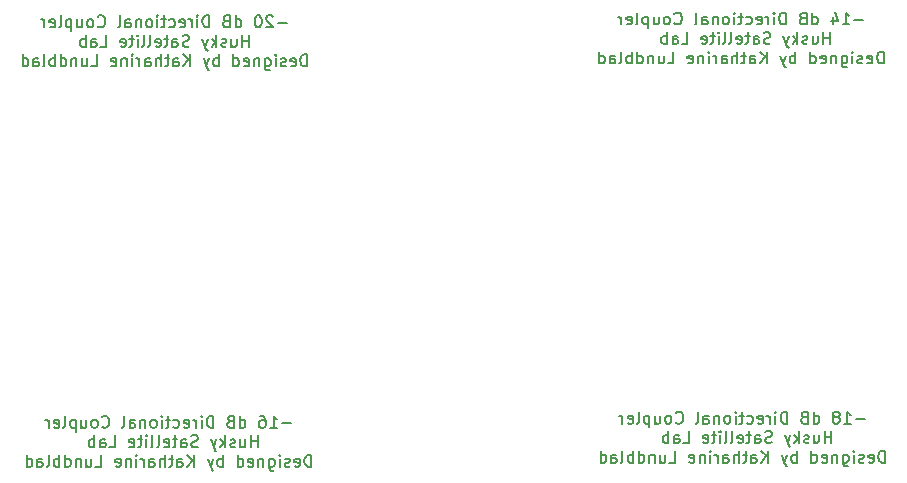
<source format=gbr>
G04 #@! TF.GenerationSoftware,KiCad,Pcbnew,5.1.8-db9833491~88~ubuntu20.04.1*
G04 #@! TF.CreationDate,2021-03-01T03:43:11-08:00*
G04 #@! TF.ProjectId,directional_coupler20dB,64697265-6374-4696-9f6e-616c5f636f75,rev?*
G04 #@! TF.SameCoordinates,Original*
G04 #@! TF.FileFunction,Legend,Bot*
G04 #@! TF.FilePolarity,Positive*
%FSLAX46Y46*%
G04 Gerber Fmt 4.6, Leading zero omitted, Abs format (unit mm)*
G04 Created by KiCad (PCBNEW 5.1.8-db9833491~88~ubuntu20.04.1) date 2021-03-01 03:43:11*
%MOMM*%
%LPD*%
G01*
G04 APERTURE LIST*
%ADD10C,0.150000*%
G04 APERTURE END LIST*
D10*
X99013333Y-143441428D02*
X98251428Y-143441428D01*
X97251428Y-143822380D02*
X97822857Y-143822380D01*
X97537142Y-143822380D02*
X97537142Y-142822380D01*
X97632380Y-142965238D01*
X97727619Y-143060476D01*
X97822857Y-143108095D01*
X96394285Y-142822380D02*
X96584761Y-142822380D01*
X96680000Y-142870000D01*
X96727619Y-142917619D01*
X96822857Y-143060476D01*
X96870476Y-143250952D01*
X96870476Y-143631904D01*
X96822857Y-143727142D01*
X96775238Y-143774761D01*
X96680000Y-143822380D01*
X96489523Y-143822380D01*
X96394285Y-143774761D01*
X96346666Y-143727142D01*
X96299047Y-143631904D01*
X96299047Y-143393809D01*
X96346666Y-143298571D01*
X96394285Y-143250952D01*
X96489523Y-143203333D01*
X96680000Y-143203333D01*
X96775238Y-143250952D01*
X96822857Y-143298571D01*
X96870476Y-143393809D01*
X94680000Y-143822380D02*
X94680000Y-142822380D01*
X94680000Y-143774761D02*
X94775238Y-143822380D01*
X94965714Y-143822380D01*
X95060952Y-143774761D01*
X95108571Y-143727142D01*
X95156190Y-143631904D01*
X95156190Y-143346190D01*
X95108571Y-143250952D01*
X95060952Y-143203333D01*
X94965714Y-143155714D01*
X94775238Y-143155714D01*
X94680000Y-143203333D01*
X93870476Y-143298571D02*
X93727619Y-143346190D01*
X93680000Y-143393809D01*
X93632380Y-143489047D01*
X93632380Y-143631904D01*
X93680000Y-143727142D01*
X93727619Y-143774761D01*
X93822857Y-143822380D01*
X94203809Y-143822380D01*
X94203809Y-142822380D01*
X93870476Y-142822380D01*
X93775238Y-142870000D01*
X93727619Y-142917619D01*
X93680000Y-143012857D01*
X93680000Y-143108095D01*
X93727619Y-143203333D01*
X93775238Y-143250952D01*
X93870476Y-143298571D01*
X94203809Y-143298571D01*
X92441904Y-143822380D02*
X92441904Y-142822380D01*
X92203809Y-142822380D01*
X92060952Y-142870000D01*
X91965714Y-142965238D01*
X91918095Y-143060476D01*
X91870476Y-143250952D01*
X91870476Y-143393809D01*
X91918095Y-143584285D01*
X91965714Y-143679523D01*
X92060952Y-143774761D01*
X92203809Y-143822380D01*
X92441904Y-143822380D01*
X91441904Y-143822380D02*
X91441904Y-143155714D01*
X91441904Y-142822380D02*
X91489523Y-142870000D01*
X91441904Y-142917619D01*
X91394285Y-142870000D01*
X91441904Y-142822380D01*
X91441904Y-142917619D01*
X90965714Y-143822380D02*
X90965714Y-143155714D01*
X90965714Y-143346190D02*
X90918095Y-143250952D01*
X90870476Y-143203333D01*
X90775238Y-143155714D01*
X90680000Y-143155714D01*
X89965714Y-143774761D02*
X90060952Y-143822380D01*
X90251428Y-143822380D01*
X90346666Y-143774761D01*
X90394285Y-143679523D01*
X90394285Y-143298571D01*
X90346666Y-143203333D01*
X90251428Y-143155714D01*
X90060952Y-143155714D01*
X89965714Y-143203333D01*
X89918095Y-143298571D01*
X89918095Y-143393809D01*
X90394285Y-143489047D01*
X89060952Y-143774761D02*
X89156190Y-143822380D01*
X89346666Y-143822380D01*
X89441904Y-143774761D01*
X89489523Y-143727142D01*
X89537142Y-143631904D01*
X89537142Y-143346190D01*
X89489523Y-143250952D01*
X89441904Y-143203333D01*
X89346666Y-143155714D01*
X89156190Y-143155714D01*
X89060952Y-143203333D01*
X88775238Y-143155714D02*
X88394285Y-143155714D01*
X88632380Y-142822380D02*
X88632380Y-143679523D01*
X88584761Y-143774761D01*
X88489523Y-143822380D01*
X88394285Y-143822380D01*
X88060952Y-143822380D02*
X88060952Y-143155714D01*
X88060952Y-142822380D02*
X88108571Y-142870000D01*
X88060952Y-142917619D01*
X88013333Y-142870000D01*
X88060952Y-142822380D01*
X88060952Y-142917619D01*
X87441904Y-143822380D02*
X87537142Y-143774761D01*
X87584761Y-143727142D01*
X87632380Y-143631904D01*
X87632380Y-143346190D01*
X87584761Y-143250952D01*
X87537142Y-143203333D01*
X87441904Y-143155714D01*
X87299047Y-143155714D01*
X87203809Y-143203333D01*
X87156190Y-143250952D01*
X87108571Y-143346190D01*
X87108571Y-143631904D01*
X87156190Y-143727142D01*
X87203809Y-143774761D01*
X87299047Y-143822380D01*
X87441904Y-143822380D01*
X86680000Y-143155714D02*
X86680000Y-143822380D01*
X86680000Y-143250952D02*
X86632380Y-143203333D01*
X86537142Y-143155714D01*
X86394285Y-143155714D01*
X86299047Y-143203333D01*
X86251428Y-143298571D01*
X86251428Y-143822380D01*
X85346666Y-143822380D02*
X85346666Y-143298571D01*
X85394285Y-143203333D01*
X85489523Y-143155714D01*
X85680000Y-143155714D01*
X85775238Y-143203333D01*
X85346666Y-143774761D02*
X85441904Y-143822380D01*
X85680000Y-143822380D01*
X85775238Y-143774761D01*
X85822857Y-143679523D01*
X85822857Y-143584285D01*
X85775238Y-143489047D01*
X85680000Y-143441428D01*
X85441904Y-143441428D01*
X85346666Y-143393809D01*
X84727619Y-143822380D02*
X84822857Y-143774761D01*
X84870476Y-143679523D01*
X84870476Y-142822380D01*
X83013333Y-143727142D02*
X83060952Y-143774761D01*
X83203809Y-143822380D01*
X83299047Y-143822380D01*
X83441904Y-143774761D01*
X83537142Y-143679523D01*
X83584761Y-143584285D01*
X83632380Y-143393809D01*
X83632380Y-143250952D01*
X83584761Y-143060476D01*
X83537142Y-142965238D01*
X83441904Y-142870000D01*
X83299047Y-142822380D01*
X83203809Y-142822380D01*
X83060952Y-142870000D01*
X83013333Y-142917619D01*
X82441904Y-143822380D02*
X82537142Y-143774761D01*
X82584761Y-143727142D01*
X82632380Y-143631904D01*
X82632380Y-143346190D01*
X82584761Y-143250952D01*
X82537142Y-143203333D01*
X82441904Y-143155714D01*
X82299047Y-143155714D01*
X82203809Y-143203333D01*
X82156190Y-143250952D01*
X82108571Y-143346190D01*
X82108571Y-143631904D01*
X82156190Y-143727142D01*
X82203809Y-143774761D01*
X82299047Y-143822380D01*
X82441904Y-143822380D01*
X81251428Y-143155714D02*
X81251428Y-143822380D01*
X81680000Y-143155714D02*
X81680000Y-143679523D01*
X81632380Y-143774761D01*
X81537142Y-143822380D01*
X81394285Y-143822380D01*
X81299047Y-143774761D01*
X81251428Y-143727142D01*
X80775238Y-143155714D02*
X80775238Y-144155714D01*
X80775238Y-143203333D02*
X80680000Y-143155714D01*
X80489523Y-143155714D01*
X80394285Y-143203333D01*
X80346666Y-143250952D01*
X80299047Y-143346190D01*
X80299047Y-143631904D01*
X80346666Y-143727142D01*
X80394285Y-143774761D01*
X80489523Y-143822380D01*
X80680000Y-143822380D01*
X80775238Y-143774761D01*
X79727619Y-143822380D02*
X79822857Y-143774761D01*
X79870476Y-143679523D01*
X79870476Y-142822380D01*
X78965714Y-143774761D02*
X79060952Y-143822380D01*
X79251428Y-143822380D01*
X79346666Y-143774761D01*
X79394285Y-143679523D01*
X79394285Y-143298571D01*
X79346666Y-143203333D01*
X79251428Y-143155714D01*
X79060952Y-143155714D01*
X78965714Y-143203333D01*
X78918095Y-143298571D01*
X78918095Y-143393809D01*
X79394285Y-143489047D01*
X78489523Y-143822380D02*
X78489523Y-143155714D01*
X78489523Y-143346190D02*
X78441904Y-143250952D01*
X78394285Y-143203333D01*
X78299047Y-143155714D01*
X78203809Y-143155714D01*
X96180000Y-145472380D02*
X96180000Y-144472380D01*
X96180000Y-144948571D02*
X95608571Y-144948571D01*
X95608571Y-145472380D02*
X95608571Y-144472380D01*
X94703809Y-144805714D02*
X94703809Y-145472380D01*
X95132380Y-144805714D02*
X95132380Y-145329523D01*
X95084761Y-145424761D01*
X94989523Y-145472380D01*
X94846666Y-145472380D01*
X94751428Y-145424761D01*
X94703809Y-145377142D01*
X94275238Y-145424761D02*
X94180000Y-145472380D01*
X93989523Y-145472380D01*
X93894285Y-145424761D01*
X93846666Y-145329523D01*
X93846666Y-145281904D01*
X93894285Y-145186666D01*
X93989523Y-145139047D01*
X94132380Y-145139047D01*
X94227619Y-145091428D01*
X94275238Y-144996190D01*
X94275238Y-144948571D01*
X94227619Y-144853333D01*
X94132380Y-144805714D01*
X93989523Y-144805714D01*
X93894285Y-144853333D01*
X93418095Y-145472380D02*
X93418095Y-144472380D01*
X93322857Y-145091428D02*
X93037142Y-145472380D01*
X93037142Y-144805714D02*
X93418095Y-145186666D01*
X92703809Y-144805714D02*
X92465714Y-145472380D01*
X92227619Y-144805714D02*
X92465714Y-145472380D01*
X92560952Y-145710476D01*
X92608571Y-145758095D01*
X92703809Y-145805714D01*
X91132380Y-145424761D02*
X90989523Y-145472380D01*
X90751428Y-145472380D01*
X90656190Y-145424761D01*
X90608571Y-145377142D01*
X90560952Y-145281904D01*
X90560952Y-145186666D01*
X90608571Y-145091428D01*
X90656190Y-145043809D01*
X90751428Y-144996190D01*
X90941904Y-144948571D01*
X91037142Y-144900952D01*
X91084761Y-144853333D01*
X91132380Y-144758095D01*
X91132380Y-144662857D01*
X91084761Y-144567619D01*
X91037142Y-144520000D01*
X90941904Y-144472380D01*
X90703809Y-144472380D01*
X90560952Y-144520000D01*
X89703809Y-145472380D02*
X89703809Y-144948571D01*
X89751428Y-144853333D01*
X89846666Y-144805714D01*
X90037142Y-144805714D01*
X90132380Y-144853333D01*
X89703809Y-145424761D02*
X89799047Y-145472380D01*
X90037142Y-145472380D01*
X90132380Y-145424761D01*
X90180000Y-145329523D01*
X90180000Y-145234285D01*
X90132380Y-145139047D01*
X90037142Y-145091428D01*
X89799047Y-145091428D01*
X89703809Y-145043809D01*
X89370476Y-144805714D02*
X88989523Y-144805714D01*
X89227619Y-144472380D02*
X89227619Y-145329523D01*
X89180000Y-145424761D01*
X89084761Y-145472380D01*
X88989523Y-145472380D01*
X88275238Y-145424761D02*
X88370476Y-145472380D01*
X88560952Y-145472380D01*
X88656190Y-145424761D01*
X88703809Y-145329523D01*
X88703809Y-144948571D01*
X88656190Y-144853333D01*
X88560952Y-144805714D01*
X88370476Y-144805714D01*
X88275238Y-144853333D01*
X88227619Y-144948571D01*
X88227619Y-145043809D01*
X88703809Y-145139047D01*
X87656190Y-145472380D02*
X87751428Y-145424761D01*
X87799047Y-145329523D01*
X87799047Y-144472380D01*
X87132380Y-145472380D02*
X87227619Y-145424761D01*
X87275238Y-145329523D01*
X87275238Y-144472380D01*
X86751428Y-145472380D02*
X86751428Y-144805714D01*
X86751428Y-144472380D02*
X86799047Y-144520000D01*
X86751428Y-144567619D01*
X86703809Y-144520000D01*
X86751428Y-144472380D01*
X86751428Y-144567619D01*
X86418095Y-144805714D02*
X86037142Y-144805714D01*
X86275238Y-144472380D02*
X86275238Y-145329523D01*
X86227619Y-145424761D01*
X86132380Y-145472380D01*
X86037142Y-145472380D01*
X85322857Y-145424761D02*
X85418095Y-145472380D01*
X85608571Y-145472380D01*
X85703809Y-145424761D01*
X85751428Y-145329523D01*
X85751428Y-144948571D01*
X85703809Y-144853333D01*
X85608571Y-144805714D01*
X85418095Y-144805714D01*
X85322857Y-144853333D01*
X85275238Y-144948571D01*
X85275238Y-145043809D01*
X85751428Y-145139047D01*
X83608571Y-145472380D02*
X84084761Y-145472380D01*
X84084761Y-144472380D01*
X82846666Y-145472380D02*
X82846666Y-144948571D01*
X82894285Y-144853333D01*
X82989523Y-144805714D01*
X83180000Y-144805714D01*
X83275238Y-144853333D01*
X82846666Y-145424761D02*
X82941904Y-145472380D01*
X83180000Y-145472380D01*
X83275238Y-145424761D01*
X83322857Y-145329523D01*
X83322857Y-145234285D01*
X83275238Y-145139047D01*
X83180000Y-145091428D01*
X82941904Y-145091428D01*
X82846666Y-145043809D01*
X82370476Y-145472380D02*
X82370476Y-144472380D01*
X82370476Y-144853333D02*
X82275238Y-144805714D01*
X82084761Y-144805714D01*
X81989523Y-144853333D01*
X81941904Y-144900952D01*
X81894285Y-144996190D01*
X81894285Y-145281904D01*
X81941904Y-145377142D01*
X81989523Y-145424761D01*
X82084761Y-145472380D01*
X82275238Y-145472380D01*
X82370476Y-145424761D01*
X100727619Y-147122380D02*
X100727619Y-146122380D01*
X100489523Y-146122380D01*
X100346666Y-146170000D01*
X100251428Y-146265238D01*
X100203809Y-146360476D01*
X100156190Y-146550952D01*
X100156190Y-146693809D01*
X100203809Y-146884285D01*
X100251428Y-146979523D01*
X100346666Y-147074761D01*
X100489523Y-147122380D01*
X100727619Y-147122380D01*
X99346666Y-147074761D02*
X99441904Y-147122380D01*
X99632380Y-147122380D01*
X99727619Y-147074761D01*
X99775238Y-146979523D01*
X99775238Y-146598571D01*
X99727619Y-146503333D01*
X99632380Y-146455714D01*
X99441904Y-146455714D01*
X99346666Y-146503333D01*
X99299047Y-146598571D01*
X99299047Y-146693809D01*
X99775238Y-146789047D01*
X98918095Y-147074761D02*
X98822857Y-147122380D01*
X98632380Y-147122380D01*
X98537142Y-147074761D01*
X98489523Y-146979523D01*
X98489523Y-146931904D01*
X98537142Y-146836666D01*
X98632380Y-146789047D01*
X98775238Y-146789047D01*
X98870476Y-146741428D01*
X98918095Y-146646190D01*
X98918095Y-146598571D01*
X98870476Y-146503333D01*
X98775238Y-146455714D01*
X98632380Y-146455714D01*
X98537142Y-146503333D01*
X98060952Y-147122380D02*
X98060952Y-146455714D01*
X98060952Y-146122380D02*
X98108571Y-146170000D01*
X98060952Y-146217619D01*
X98013333Y-146170000D01*
X98060952Y-146122380D01*
X98060952Y-146217619D01*
X97156190Y-146455714D02*
X97156190Y-147265238D01*
X97203809Y-147360476D01*
X97251428Y-147408095D01*
X97346666Y-147455714D01*
X97489523Y-147455714D01*
X97584761Y-147408095D01*
X97156190Y-147074761D02*
X97251428Y-147122380D01*
X97441904Y-147122380D01*
X97537142Y-147074761D01*
X97584761Y-147027142D01*
X97632380Y-146931904D01*
X97632380Y-146646190D01*
X97584761Y-146550952D01*
X97537142Y-146503333D01*
X97441904Y-146455714D01*
X97251428Y-146455714D01*
X97156190Y-146503333D01*
X96680000Y-146455714D02*
X96680000Y-147122380D01*
X96680000Y-146550952D02*
X96632380Y-146503333D01*
X96537142Y-146455714D01*
X96394285Y-146455714D01*
X96299047Y-146503333D01*
X96251428Y-146598571D01*
X96251428Y-147122380D01*
X95394285Y-147074761D02*
X95489523Y-147122380D01*
X95680000Y-147122380D01*
X95775238Y-147074761D01*
X95822857Y-146979523D01*
X95822857Y-146598571D01*
X95775238Y-146503333D01*
X95680000Y-146455714D01*
X95489523Y-146455714D01*
X95394285Y-146503333D01*
X95346666Y-146598571D01*
X95346666Y-146693809D01*
X95822857Y-146789047D01*
X94489523Y-147122380D02*
X94489523Y-146122380D01*
X94489523Y-147074761D02*
X94584761Y-147122380D01*
X94775238Y-147122380D01*
X94870476Y-147074761D01*
X94918095Y-147027142D01*
X94965714Y-146931904D01*
X94965714Y-146646190D01*
X94918095Y-146550952D01*
X94870476Y-146503333D01*
X94775238Y-146455714D01*
X94584761Y-146455714D01*
X94489523Y-146503333D01*
X93251428Y-147122380D02*
X93251428Y-146122380D01*
X93251428Y-146503333D02*
X93156190Y-146455714D01*
X92965714Y-146455714D01*
X92870476Y-146503333D01*
X92822857Y-146550952D01*
X92775238Y-146646190D01*
X92775238Y-146931904D01*
X92822857Y-147027142D01*
X92870476Y-147074761D01*
X92965714Y-147122380D01*
X93156190Y-147122380D01*
X93251428Y-147074761D01*
X92441904Y-146455714D02*
X92203809Y-147122380D01*
X91965714Y-146455714D02*
X92203809Y-147122380D01*
X92299047Y-147360476D01*
X92346666Y-147408095D01*
X92441904Y-147455714D01*
X90822857Y-147122380D02*
X90822857Y-146122380D01*
X90251428Y-147122380D02*
X90680000Y-146550952D01*
X90251428Y-146122380D02*
X90822857Y-146693809D01*
X89394285Y-147122380D02*
X89394285Y-146598571D01*
X89441904Y-146503333D01*
X89537142Y-146455714D01*
X89727619Y-146455714D01*
X89822857Y-146503333D01*
X89394285Y-147074761D02*
X89489523Y-147122380D01*
X89727619Y-147122380D01*
X89822857Y-147074761D01*
X89870476Y-146979523D01*
X89870476Y-146884285D01*
X89822857Y-146789047D01*
X89727619Y-146741428D01*
X89489523Y-146741428D01*
X89394285Y-146693809D01*
X89060952Y-146455714D02*
X88680000Y-146455714D01*
X88918095Y-146122380D02*
X88918095Y-146979523D01*
X88870476Y-147074761D01*
X88775238Y-147122380D01*
X88680000Y-147122380D01*
X88346666Y-147122380D02*
X88346666Y-146122380D01*
X87918095Y-147122380D02*
X87918095Y-146598571D01*
X87965714Y-146503333D01*
X88060952Y-146455714D01*
X88203809Y-146455714D01*
X88299047Y-146503333D01*
X88346666Y-146550952D01*
X87013333Y-147122380D02*
X87013333Y-146598571D01*
X87060952Y-146503333D01*
X87156190Y-146455714D01*
X87346666Y-146455714D01*
X87441904Y-146503333D01*
X87013333Y-147074761D02*
X87108571Y-147122380D01*
X87346666Y-147122380D01*
X87441904Y-147074761D01*
X87489523Y-146979523D01*
X87489523Y-146884285D01*
X87441904Y-146789047D01*
X87346666Y-146741428D01*
X87108571Y-146741428D01*
X87013333Y-146693809D01*
X86537142Y-147122380D02*
X86537142Y-146455714D01*
X86537142Y-146646190D02*
X86489523Y-146550952D01*
X86441904Y-146503333D01*
X86346666Y-146455714D01*
X86251428Y-146455714D01*
X85918095Y-147122380D02*
X85918095Y-146455714D01*
X85918095Y-146122380D02*
X85965714Y-146170000D01*
X85918095Y-146217619D01*
X85870476Y-146170000D01*
X85918095Y-146122380D01*
X85918095Y-146217619D01*
X85441904Y-146455714D02*
X85441904Y-147122380D01*
X85441904Y-146550952D02*
X85394285Y-146503333D01*
X85299047Y-146455714D01*
X85156190Y-146455714D01*
X85060952Y-146503333D01*
X85013333Y-146598571D01*
X85013333Y-147122380D01*
X84156190Y-147074761D02*
X84251428Y-147122380D01*
X84441904Y-147122380D01*
X84537142Y-147074761D01*
X84584761Y-146979523D01*
X84584761Y-146598571D01*
X84537142Y-146503333D01*
X84441904Y-146455714D01*
X84251428Y-146455714D01*
X84156190Y-146503333D01*
X84108571Y-146598571D01*
X84108571Y-146693809D01*
X84584761Y-146789047D01*
X82441904Y-147122380D02*
X82918095Y-147122380D01*
X82918095Y-146122380D01*
X81680000Y-146455714D02*
X81680000Y-147122380D01*
X82108571Y-146455714D02*
X82108571Y-146979523D01*
X82060952Y-147074761D01*
X81965714Y-147122380D01*
X81822857Y-147122380D01*
X81727619Y-147074761D01*
X81680000Y-147027142D01*
X81203809Y-146455714D02*
X81203809Y-147122380D01*
X81203809Y-146550952D02*
X81156190Y-146503333D01*
X81060952Y-146455714D01*
X80918095Y-146455714D01*
X80822857Y-146503333D01*
X80775238Y-146598571D01*
X80775238Y-147122380D01*
X79870476Y-147122380D02*
X79870476Y-146122380D01*
X79870476Y-147074761D02*
X79965714Y-147122380D01*
X80156190Y-147122380D01*
X80251428Y-147074761D01*
X80299047Y-147027142D01*
X80346666Y-146931904D01*
X80346666Y-146646190D01*
X80299047Y-146550952D01*
X80251428Y-146503333D01*
X80156190Y-146455714D01*
X79965714Y-146455714D01*
X79870476Y-146503333D01*
X79394285Y-147122380D02*
X79394285Y-146122380D01*
X79394285Y-146503333D02*
X79299047Y-146455714D01*
X79108571Y-146455714D01*
X79013333Y-146503333D01*
X78965714Y-146550952D01*
X78918095Y-146646190D01*
X78918095Y-146931904D01*
X78965714Y-147027142D01*
X79013333Y-147074761D01*
X79108571Y-147122380D01*
X79299047Y-147122380D01*
X79394285Y-147074761D01*
X78346666Y-147122380D02*
X78441904Y-147074761D01*
X78489523Y-146979523D01*
X78489523Y-146122380D01*
X77537142Y-147122380D02*
X77537142Y-146598571D01*
X77584761Y-146503333D01*
X77680000Y-146455714D01*
X77870476Y-146455714D01*
X77965714Y-146503333D01*
X77537142Y-147074761D02*
X77632380Y-147122380D01*
X77870476Y-147122380D01*
X77965714Y-147074761D01*
X78013333Y-146979523D01*
X78013333Y-146884285D01*
X77965714Y-146789047D01*
X77870476Y-146741428D01*
X77632380Y-146741428D01*
X77537142Y-146693809D01*
X76632380Y-147122380D02*
X76632380Y-146122380D01*
X76632380Y-147074761D02*
X76727619Y-147122380D01*
X76918095Y-147122380D01*
X77013333Y-147074761D01*
X77060952Y-147027142D01*
X77108571Y-146931904D01*
X77108571Y-146646190D01*
X77060952Y-146550952D01*
X77013333Y-146503333D01*
X76918095Y-146455714D01*
X76727619Y-146455714D01*
X76632380Y-146503333D01*
X147603333Y-143091428D02*
X146841428Y-143091428D01*
X145841428Y-143472380D02*
X146412857Y-143472380D01*
X146127142Y-143472380D02*
X146127142Y-142472380D01*
X146222380Y-142615238D01*
X146317619Y-142710476D01*
X146412857Y-142758095D01*
X145270000Y-142900952D02*
X145365238Y-142853333D01*
X145412857Y-142805714D01*
X145460476Y-142710476D01*
X145460476Y-142662857D01*
X145412857Y-142567619D01*
X145365238Y-142520000D01*
X145270000Y-142472380D01*
X145079523Y-142472380D01*
X144984285Y-142520000D01*
X144936666Y-142567619D01*
X144889047Y-142662857D01*
X144889047Y-142710476D01*
X144936666Y-142805714D01*
X144984285Y-142853333D01*
X145079523Y-142900952D01*
X145270000Y-142900952D01*
X145365238Y-142948571D01*
X145412857Y-142996190D01*
X145460476Y-143091428D01*
X145460476Y-143281904D01*
X145412857Y-143377142D01*
X145365238Y-143424761D01*
X145270000Y-143472380D01*
X145079523Y-143472380D01*
X144984285Y-143424761D01*
X144936666Y-143377142D01*
X144889047Y-143281904D01*
X144889047Y-143091428D01*
X144936666Y-142996190D01*
X144984285Y-142948571D01*
X145079523Y-142900952D01*
X143270000Y-143472380D02*
X143270000Y-142472380D01*
X143270000Y-143424761D02*
X143365238Y-143472380D01*
X143555714Y-143472380D01*
X143650952Y-143424761D01*
X143698571Y-143377142D01*
X143746190Y-143281904D01*
X143746190Y-142996190D01*
X143698571Y-142900952D01*
X143650952Y-142853333D01*
X143555714Y-142805714D01*
X143365238Y-142805714D01*
X143270000Y-142853333D01*
X142460476Y-142948571D02*
X142317619Y-142996190D01*
X142270000Y-143043809D01*
X142222380Y-143139047D01*
X142222380Y-143281904D01*
X142270000Y-143377142D01*
X142317619Y-143424761D01*
X142412857Y-143472380D01*
X142793809Y-143472380D01*
X142793809Y-142472380D01*
X142460476Y-142472380D01*
X142365238Y-142520000D01*
X142317619Y-142567619D01*
X142270000Y-142662857D01*
X142270000Y-142758095D01*
X142317619Y-142853333D01*
X142365238Y-142900952D01*
X142460476Y-142948571D01*
X142793809Y-142948571D01*
X141031904Y-143472380D02*
X141031904Y-142472380D01*
X140793809Y-142472380D01*
X140650952Y-142520000D01*
X140555714Y-142615238D01*
X140508095Y-142710476D01*
X140460476Y-142900952D01*
X140460476Y-143043809D01*
X140508095Y-143234285D01*
X140555714Y-143329523D01*
X140650952Y-143424761D01*
X140793809Y-143472380D01*
X141031904Y-143472380D01*
X140031904Y-143472380D02*
X140031904Y-142805714D01*
X140031904Y-142472380D02*
X140079523Y-142520000D01*
X140031904Y-142567619D01*
X139984285Y-142520000D01*
X140031904Y-142472380D01*
X140031904Y-142567619D01*
X139555714Y-143472380D02*
X139555714Y-142805714D01*
X139555714Y-142996190D02*
X139508095Y-142900952D01*
X139460476Y-142853333D01*
X139365238Y-142805714D01*
X139270000Y-142805714D01*
X138555714Y-143424761D02*
X138650952Y-143472380D01*
X138841428Y-143472380D01*
X138936666Y-143424761D01*
X138984285Y-143329523D01*
X138984285Y-142948571D01*
X138936666Y-142853333D01*
X138841428Y-142805714D01*
X138650952Y-142805714D01*
X138555714Y-142853333D01*
X138508095Y-142948571D01*
X138508095Y-143043809D01*
X138984285Y-143139047D01*
X137650952Y-143424761D02*
X137746190Y-143472380D01*
X137936666Y-143472380D01*
X138031904Y-143424761D01*
X138079523Y-143377142D01*
X138127142Y-143281904D01*
X138127142Y-142996190D01*
X138079523Y-142900952D01*
X138031904Y-142853333D01*
X137936666Y-142805714D01*
X137746190Y-142805714D01*
X137650952Y-142853333D01*
X137365238Y-142805714D02*
X136984285Y-142805714D01*
X137222380Y-142472380D02*
X137222380Y-143329523D01*
X137174761Y-143424761D01*
X137079523Y-143472380D01*
X136984285Y-143472380D01*
X136650952Y-143472380D02*
X136650952Y-142805714D01*
X136650952Y-142472380D02*
X136698571Y-142520000D01*
X136650952Y-142567619D01*
X136603333Y-142520000D01*
X136650952Y-142472380D01*
X136650952Y-142567619D01*
X136031904Y-143472380D02*
X136127142Y-143424761D01*
X136174761Y-143377142D01*
X136222380Y-143281904D01*
X136222380Y-142996190D01*
X136174761Y-142900952D01*
X136127142Y-142853333D01*
X136031904Y-142805714D01*
X135889047Y-142805714D01*
X135793809Y-142853333D01*
X135746190Y-142900952D01*
X135698571Y-142996190D01*
X135698571Y-143281904D01*
X135746190Y-143377142D01*
X135793809Y-143424761D01*
X135889047Y-143472380D01*
X136031904Y-143472380D01*
X135270000Y-142805714D02*
X135270000Y-143472380D01*
X135270000Y-142900952D02*
X135222380Y-142853333D01*
X135127142Y-142805714D01*
X134984285Y-142805714D01*
X134889047Y-142853333D01*
X134841428Y-142948571D01*
X134841428Y-143472380D01*
X133936666Y-143472380D02*
X133936666Y-142948571D01*
X133984285Y-142853333D01*
X134079523Y-142805714D01*
X134270000Y-142805714D01*
X134365238Y-142853333D01*
X133936666Y-143424761D02*
X134031904Y-143472380D01*
X134270000Y-143472380D01*
X134365238Y-143424761D01*
X134412857Y-143329523D01*
X134412857Y-143234285D01*
X134365238Y-143139047D01*
X134270000Y-143091428D01*
X134031904Y-143091428D01*
X133936666Y-143043809D01*
X133317619Y-143472380D02*
X133412857Y-143424761D01*
X133460476Y-143329523D01*
X133460476Y-142472380D01*
X131603333Y-143377142D02*
X131650952Y-143424761D01*
X131793809Y-143472380D01*
X131889047Y-143472380D01*
X132031904Y-143424761D01*
X132127142Y-143329523D01*
X132174761Y-143234285D01*
X132222380Y-143043809D01*
X132222380Y-142900952D01*
X132174761Y-142710476D01*
X132127142Y-142615238D01*
X132031904Y-142520000D01*
X131889047Y-142472380D01*
X131793809Y-142472380D01*
X131650952Y-142520000D01*
X131603333Y-142567619D01*
X131031904Y-143472380D02*
X131127142Y-143424761D01*
X131174761Y-143377142D01*
X131222380Y-143281904D01*
X131222380Y-142996190D01*
X131174761Y-142900952D01*
X131127142Y-142853333D01*
X131031904Y-142805714D01*
X130889047Y-142805714D01*
X130793809Y-142853333D01*
X130746190Y-142900952D01*
X130698571Y-142996190D01*
X130698571Y-143281904D01*
X130746190Y-143377142D01*
X130793809Y-143424761D01*
X130889047Y-143472380D01*
X131031904Y-143472380D01*
X129841428Y-142805714D02*
X129841428Y-143472380D01*
X130270000Y-142805714D02*
X130270000Y-143329523D01*
X130222380Y-143424761D01*
X130127142Y-143472380D01*
X129984285Y-143472380D01*
X129889047Y-143424761D01*
X129841428Y-143377142D01*
X129365238Y-142805714D02*
X129365238Y-143805714D01*
X129365238Y-142853333D02*
X129270000Y-142805714D01*
X129079523Y-142805714D01*
X128984285Y-142853333D01*
X128936666Y-142900952D01*
X128889047Y-142996190D01*
X128889047Y-143281904D01*
X128936666Y-143377142D01*
X128984285Y-143424761D01*
X129079523Y-143472380D01*
X129270000Y-143472380D01*
X129365238Y-143424761D01*
X128317619Y-143472380D02*
X128412857Y-143424761D01*
X128460476Y-143329523D01*
X128460476Y-142472380D01*
X127555714Y-143424761D02*
X127650952Y-143472380D01*
X127841428Y-143472380D01*
X127936666Y-143424761D01*
X127984285Y-143329523D01*
X127984285Y-142948571D01*
X127936666Y-142853333D01*
X127841428Y-142805714D01*
X127650952Y-142805714D01*
X127555714Y-142853333D01*
X127508095Y-142948571D01*
X127508095Y-143043809D01*
X127984285Y-143139047D01*
X127079523Y-143472380D02*
X127079523Y-142805714D01*
X127079523Y-142996190D02*
X127031904Y-142900952D01*
X126984285Y-142853333D01*
X126889047Y-142805714D01*
X126793809Y-142805714D01*
X144770000Y-145122380D02*
X144770000Y-144122380D01*
X144770000Y-144598571D02*
X144198571Y-144598571D01*
X144198571Y-145122380D02*
X144198571Y-144122380D01*
X143293809Y-144455714D02*
X143293809Y-145122380D01*
X143722380Y-144455714D02*
X143722380Y-144979523D01*
X143674761Y-145074761D01*
X143579523Y-145122380D01*
X143436666Y-145122380D01*
X143341428Y-145074761D01*
X143293809Y-145027142D01*
X142865238Y-145074761D02*
X142770000Y-145122380D01*
X142579523Y-145122380D01*
X142484285Y-145074761D01*
X142436666Y-144979523D01*
X142436666Y-144931904D01*
X142484285Y-144836666D01*
X142579523Y-144789047D01*
X142722380Y-144789047D01*
X142817619Y-144741428D01*
X142865238Y-144646190D01*
X142865238Y-144598571D01*
X142817619Y-144503333D01*
X142722380Y-144455714D01*
X142579523Y-144455714D01*
X142484285Y-144503333D01*
X142008095Y-145122380D02*
X142008095Y-144122380D01*
X141912857Y-144741428D02*
X141627142Y-145122380D01*
X141627142Y-144455714D02*
X142008095Y-144836666D01*
X141293809Y-144455714D02*
X141055714Y-145122380D01*
X140817619Y-144455714D02*
X141055714Y-145122380D01*
X141150952Y-145360476D01*
X141198571Y-145408095D01*
X141293809Y-145455714D01*
X139722380Y-145074761D02*
X139579523Y-145122380D01*
X139341428Y-145122380D01*
X139246190Y-145074761D01*
X139198571Y-145027142D01*
X139150952Y-144931904D01*
X139150952Y-144836666D01*
X139198571Y-144741428D01*
X139246190Y-144693809D01*
X139341428Y-144646190D01*
X139531904Y-144598571D01*
X139627142Y-144550952D01*
X139674761Y-144503333D01*
X139722380Y-144408095D01*
X139722380Y-144312857D01*
X139674761Y-144217619D01*
X139627142Y-144170000D01*
X139531904Y-144122380D01*
X139293809Y-144122380D01*
X139150952Y-144170000D01*
X138293809Y-145122380D02*
X138293809Y-144598571D01*
X138341428Y-144503333D01*
X138436666Y-144455714D01*
X138627142Y-144455714D01*
X138722380Y-144503333D01*
X138293809Y-145074761D02*
X138389047Y-145122380D01*
X138627142Y-145122380D01*
X138722380Y-145074761D01*
X138770000Y-144979523D01*
X138770000Y-144884285D01*
X138722380Y-144789047D01*
X138627142Y-144741428D01*
X138389047Y-144741428D01*
X138293809Y-144693809D01*
X137960476Y-144455714D02*
X137579523Y-144455714D01*
X137817619Y-144122380D02*
X137817619Y-144979523D01*
X137770000Y-145074761D01*
X137674761Y-145122380D01*
X137579523Y-145122380D01*
X136865238Y-145074761D02*
X136960476Y-145122380D01*
X137150952Y-145122380D01*
X137246190Y-145074761D01*
X137293809Y-144979523D01*
X137293809Y-144598571D01*
X137246190Y-144503333D01*
X137150952Y-144455714D01*
X136960476Y-144455714D01*
X136865238Y-144503333D01*
X136817619Y-144598571D01*
X136817619Y-144693809D01*
X137293809Y-144789047D01*
X136246190Y-145122380D02*
X136341428Y-145074761D01*
X136389047Y-144979523D01*
X136389047Y-144122380D01*
X135722380Y-145122380D02*
X135817619Y-145074761D01*
X135865238Y-144979523D01*
X135865238Y-144122380D01*
X135341428Y-145122380D02*
X135341428Y-144455714D01*
X135341428Y-144122380D02*
X135389047Y-144170000D01*
X135341428Y-144217619D01*
X135293809Y-144170000D01*
X135341428Y-144122380D01*
X135341428Y-144217619D01*
X135008095Y-144455714D02*
X134627142Y-144455714D01*
X134865238Y-144122380D02*
X134865238Y-144979523D01*
X134817619Y-145074761D01*
X134722380Y-145122380D01*
X134627142Y-145122380D01*
X133912857Y-145074761D02*
X134008095Y-145122380D01*
X134198571Y-145122380D01*
X134293809Y-145074761D01*
X134341428Y-144979523D01*
X134341428Y-144598571D01*
X134293809Y-144503333D01*
X134198571Y-144455714D01*
X134008095Y-144455714D01*
X133912857Y-144503333D01*
X133865238Y-144598571D01*
X133865238Y-144693809D01*
X134341428Y-144789047D01*
X132198571Y-145122380D02*
X132674761Y-145122380D01*
X132674761Y-144122380D01*
X131436666Y-145122380D02*
X131436666Y-144598571D01*
X131484285Y-144503333D01*
X131579523Y-144455714D01*
X131770000Y-144455714D01*
X131865238Y-144503333D01*
X131436666Y-145074761D02*
X131531904Y-145122380D01*
X131770000Y-145122380D01*
X131865238Y-145074761D01*
X131912857Y-144979523D01*
X131912857Y-144884285D01*
X131865238Y-144789047D01*
X131770000Y-144741428D01*
X131531904Y-144741428D01*
X131436666Y-144693809D01*
X130960476Y-145122380D02*
X130960476Y-144122380D01*
X130960476Y-144503333D02*
X130865238Y-144455714D01*
X130674761Y-144455714D01*
X130579523Y-144503333D01*
X130531904Y-144550952D01*
X130484285Y-144646190D01*
X130484285Y-144931904D01*
X130531904Y-145027142D01*
X130579523Y-145074761D01*
X130674761Y-145122380D01*
X130865238Y-145122380D01*
X130960476Y-145074761D01*
X149317619Y-146772380D02*
X149317619Y-145772380D01*
X149079523Y-145772380D01*
X148936666Y-145820000D01*
X148841428Y-145915238D01*
X148793809Y-146010476D01*
X148746190Y-146200952D01*
X148746190Y-146343809D01*
X148793809Y-146534285D01*
X148841428Y-146629523D01*
X148936666Y-146724761D01*
X149079523Y-146772380D01*
X149317619Y-146772380D01*
X147936666Y-146724761D02*
X148031904Y-146772380D01*
X148222380Y-146772380D01*
X148317619Y-146724761D01*
X148365238Y-146629523D01*
X148365238Y-146248571D01*
X148317619Y-146153333D01*
X148222380Y-146105714D01*
X148031904Y-146105714D01*
X147936666Y-146153333D01*
X147889047Y-146248571D01*
X147889047Y-146343809D01*
X148365238Y-146439047D01*
X147508095Y-146724761D02*
X147412857Y-146772380D01*
X147222380Y-146772380D01*
X147127142Y-146724761D01*
X147079523Y-146629523D01*
X147079523Y-146581904D01*
X147127142Y-146486666D01*
X147222380Y-146439047D01*
X147365238Y-146439047D01*
X147460476Y-146391428D01*
X147508095Y-146296190D01*
X147508095Y-146248571D01*
X147460476Y-146153333D01*
X147365238Y-146105714D01*
X147222380Y-146105714D01*
X147127142Y-146153333D01*
X146650952Y-146772380D02*
X146650952Y-146105714D01*
X146650952Y-145772380D02*
X146698571Y-145820000D01*
X146650952Y-145867619D01*
X146603333Y-145820000D01*
X146650952Y-145772380D01*
X146650952Y-145867619D01*
X145746190Y-146105714D02*
X145746190Y-146915238D01*
X145793809Y-147010476D01*
X145841428Y-147058095D01*
X145936666Y-147105714D01*
X146079523Y-147105714D01*
X146174761Y-147058095D01*
X145746190Y-146724761D02*
X145841428Y-146772380D01*
X146031904Y-146772380D01*
X146127142Y-146724761D01*
X146174761Y-146677142D01*
X146222380Y-146581904D01*
X146222380Y-146296190D01*
X146174761Y-146200952D01*
X146127142Y-146153333D01*
X146031904Y-146105714D01*
X145841428Y-146105714D01*
X145746190Y-146153333D01*
X145270000Y-146105714D02*
X145270000Y-146772380D01*
X145270000Y-146200952D02*
X145222380Y-146153333D01*
X145127142Y-146105714D01*
X144984285Y-146105714D01*
X144889047Y-146153333D01*
X144841428Y-146248571D01*
X144841428Y-146772380D01*
X143984285Y-146724761D02*
X144079523Y-146772380D01*
X144270000Y-146772380D01*
X144365238Y-146724761D01*
X144412857Y-146629523D01*
X144412857Y-146248571D01*
X144365238Y-146153333D01*
X144270000Y-146105714D01*
X144079523Y-146105714D01*
X143984285Y-146153333D01*
X143936666Y-146248571D01*
X143936666Y-146343809D01*
X144412857Y-146439047D01*
X143079523Y-146772380D02*
X143079523Y-145772380D01*
X143079523Y-146724761D02*
X143174761Y-146772380D01*
X143365238Y-146772380D01*
X143460476Y-146724761D01*
X143508095Y-146677142D01*
X143555714Y-146581904D01*
X143555714Y-146296190D01*
X143508095Y-146200952D01*
X143460476Y-146153333D01*
X143365238Y-146105714D01*
X143174761Y-146105714D01*
X143079523Y-146153333D01*
X141841428Y-146772380D02*
X141841428Y-145772380D01*
X141841428Y-146153333D02*
X141746190Y-146105714D01*
X141555714Y-146105714D01*
X141460476Y-146153333D01*
X141412857Y-146200952D01*
X141365238Y-146296190D01*
X141365238Y-146581904D01*
X141412857Y-146677142D01*
X141460476Y-146724761D01*
X141555714Y-146772380D01*
X141746190Y-146772380D01*
X141841428Y-146724761D01*
X141031904Y-146105714D02*
X140793809Y-146772380D01*
X140555714Y-146105714D02*
X140793809Y-146772380D01*
X140889047Y-147010476D01*
X140936666Y-147058095D01*
X141031904Y-147105714D01*
X139412857Y-146772380D02*
X139412857Y-145772380D01*
X138841428Y-146772380D02*
X139270000Y-146200952D01*
X138841428Y-145772380D02*
X139412857Y-146343809D01*
X137984285Y-146772380D02*
X137984285Y-146248571D01*
X138031904Y-146153333D01*
X138127142Y-146105714D01*
X138317619Y-146105714D01*
X138412857Y-146153333D01*
X137984285Y-146724761D02*
X138079523Y-146772380D01*
X138317619Y-146772380D01*
X138412857Y-146724761D01*
X138460476Y-146629523D01*
X138460476Y-146534285D01*
X138412857Y-146439047D01*
X138317619Y-146391428D01*
X138079523Y-146391428D01*
X137984285Y-146343809D01*
X137650952Y-146105714D02*
X137270000Y-146105714D01*
X137508095Y-145772380D02*
X137508095Y-146629523D01*
X137460476Y-146724761D01*
X137365238Y-146772380D01*
X137270000Y-146772380D01*
X136936666Y-146772380D02*
X136936666Y-145772380D01*
X136508095Y-146772380D02*
X136508095Y-146248571D01*
X136555714Y-146153333D01*
X136650952Y-146105714D01*
X136793809Y-146105714D01*
X136889047Y-146153333D01*
X136936666Y-146200952D01*
X135603333Y-146772380D02*
X135603333Y-146248571D01*
X135650952Y-146153333D01*
X135746190Y-146105714D01*
X135936666Y-146105714D01*
X136031904Y-146153333D01*
X135603333Y-146724761D02*
X135698571Y-146772380D01*
X135936666Y-146772380D01*
X136031904Y-146724761D01*
X136079523Y-146629523D01*
X136079523Y-146534285D01*
X136031904Y-146439047D01*
X135936666Y-146391428D01*
X135698571Y-146391428D01*
X135603333Y-146343809D01*
X135127142Y-146772380D02*
X135127142Y-146105714D01*
X135127142Y-146296190D02*
X135079523Y-146200952D01*
X135031904Y-146153333D01*
X134936666Y-146105714D01*
X134841428Y-146105714D01*
X134508095Y-146772380D02*
X134508095Y-146105714D01*
X134508095Y-145772380D02*
X134555714Y-145820000D01*
X134508095Y-145867619D01*
X134460476Y-145820000D01*
X134508095Y-145772380D01*
X134508095Y-145867619D01*
X134031904Y-146105714D02*
X134031904Y-146772380D01*
X134031904Y-146200952D02*
X133984285Y-146153333D01*
X133889047Y-146105714D01*
X133746190Y-146105714D01*
X133650952Y-146153333D01*
X133603333Y-146248571D01*
X133603333Y-146772380D01*
X132746190Y-146724761D02*
X132841428Y-146772380D01*
X133031904Y-146772380D01*
X133127142Y-146724761D01*
X133174761Y-146629523D01*
X133174761Y-146248571D01*
X133127142Y-146153333D01*
X133031904Y-146105714D01*
X132841428Y-146105714D01*
X132746190Y-146153333D01*
X132698571Y-146248571D01*
X132698571Y-146343809D01*
X133174761Y-146439047D01*
X131031904Y-146772380D02*
X131508095Y-146772380D01*
X131508095Y-145772380D01*
X130270000Y-146105714D02*
X130270000Y-146772380D01*
X130698571Y-146105714D02*
X130698571Y-146629523D01*
X130650952Y-146724761D01*
X130555714Y-146772380D01*
X130412857Y-146772380D01*
X130317619Y-146724761D01*
X130270000Y-146677142D01*
X129793809Y-146105714D02*
X129793809Y-146772380D01*
X129793809Y-146200952D02*
X129746190Y-146153333D01*
X129650952Y-146105714D01*
X129508095Y-146105714D01*
X129412857Y-146153333D01*
X129365238Y-146248571D01*
X129365238Y-146772380D01*
X128460476Y-146772380D02*
X128460476Y-145772380D01*
X128460476Y-146724761D02*
X128555714Y-146772380D01*
X128746190Y-146772380D01*
X128841428Y-146724761D01*
X128889047Y-146677142D01*
X128936666Y-146581904D01*
X128936666Y-146296190D01*
X128889047Y-146200952D01*
X128841428Y-146153333D01*
X128746190Y-146105714D01*
X128555714Y-146105714D01*
X128460476Y-146153333D01*
X127984285Y-146772380D02*
X127984285Y-145772380D01*
X127984285Y-146153333D02*
X127889047Y-146105714D01*
X127698571Y-146105714D01*
X127603333Y-146153333D01*
X127555714Y-146200952D01*
X127508095Y-146296190D01*
X127508095Y-146581904D01*
X127555714Y-146677142D01*
X127603333Y-146724761D01*
X127698571Y-146772380D01*
X127889047Y-146772380D01*
X127984285Y-146724761D01*
X126936666Y-146772380D02*
X127031904Y-146724761D01*
X127079523Y-146629523D01*
X127079523Y-145772380D01*
X126127142Y-146772380D02*
X126127142Y-146248571D01*
X126174761Y-146153333D01*
X126270000Y-146105714D01*
X126460476Y-146105714D01*
X126555714Y-146153333D01*
X126127142Y-146724761D02*
X126222380Y-146772380D01*
X126460476Y-146772380D01*
X126555714Y-146724761D01*
X126603333Y-146629523D01*
X126603333Y-146534285D01*
X126555714Y-146439047D01*
X126460476Y-146391428D01*
X126222380Y-146391428D01*
X126127142Y-146343809D01*
X125222380Y-146772380D02*
X125222380Y-145772380D01*
X125222380Y-146724761D02*
X125317619Y-146772380D01*
X125508095Y-146772380D01*
X125603333Y-146724761D01*
X125650952Y-146677142D01*
X125698571Y-146581904D01*
X125698571Y-146296190D01*
X125650952Y-146200952D01*
X125603333Y-146153333D01*
X125508095Y-146105714D01*
X125317619Y-146105714D01*
X125222380Y-146153333D01*
X147483333Y-109301428D02*
X146721428Y-109301428D01*
X145721428Y-109682380D02*
X146292857Y-109682380D01*
X146007142Y-109682380D02*
X146007142Y-108682380D01*
X146102380Y-108825238D01*
X146197619Y-108920476D01*
X146292857Y-108968095D01*
X144864285Y-109015714D02*
X144864285Y-109682380D01*
X145102380Y-108634761D02*
X145340476Y-109349047D01*
X144721428Y-109349047D01*
X143150000Y-109682380D02*
X143150000Y-108682380D01*
X143150000Y-109634761D02*
X143245238Y-109682380D01*
X143435714Y-109682380D01*
X143530952Y-109634761D01*
X143578571Y-109587142D01*
X143626190Y-109491904D01*
X143626190Y-109206190D01*
X143578571Y-109110952D01*
X143530952Y-109063333D01*
X143435714Y-109015714D01*
X143245238Y-109015714D01*
X143150000Y-109063333D01*
X142340476Y-109158571D02*
X142197619Y-109206190D01*
X142150000Y-109253809D01*
X142102380Y-109349047D01*
X142102380Y-109491904D01*
X142150000Y-109587142D01*
X142197619Y-109634761D01*
X142292857Y-109682380D01*
X142673809Y-109682380D01*
X142673809Y-108682380D01*
X142340476Y-108682380D01*
X142245238Y-108730000D01*
X142197619Y-108777619D01*
X142150000Y-108872857D01*
X142150000Y-108968095D01*
X142197619Y-109063333D01*
X142245238Y-109110952D01*
X142340476Y-109158571D01*
X142673809Y-109158571D01*
X140911904Y-109682380D02*
X140911904Y-108682380D01*
X140673809Y-108682380D01*
X140530952Y-108730000D01*
X140435714Y-108825238D01*
X140388095Y-108920476D01*
X140340476Y-109110952D01*
X140340476Y-109253809D01*
X140388095Y-109444285D01*
X140435714Y-109539523D01*
X140530952Y-109634761D01*
X140673809Y-109682380D01*
X140911904Y-109682380D01*
X139911904Y-109682380D02*
X139911904Y-109015714D01*
X139911904Y-108682380D02*
X139959523Y-108730000D01*
X139911904Y-108777619D01*
X139864285Y-108730000D01*
X139911904Y-108682380D01*
X139911904Y-108777619D01*
X139435714Y-109682380D02*
X139435714Y-109015714D01*
X139435714Y-109206190D02*
X139388095Y-109110952D01*
X139340476Y-109063333D01*
X139245238Y-109015714D01*
X139150000Y-109015714D01*
X138435714Y-109634761D02*
X138530952Y-109682380D01*
X138721428Y-109682380D01*
X138816666Y-109634761D01*
X138864285Y-109539523D01*
X138864285Y-109158571D01*
X138816666Y-109063333D01*
X138721428Y-109015714D01*
X138530952Y-109015714D01*
X138435714Y-109063333D01*
X138388095Y-109158571D01*
X138388095Y-109253809D01*
X138864285Y-109349047D01*
X137530952Y-109634761D02*
X137626190Y-109682380D01*
X137816666Y-109682380D01*
X137911904Y-109634761D01*
X137959523Y-109587142D01*
X138007142Y-109491904D01*
X138007142Y-109206190D01*
X137959523Y-109110952D01*
X137911904Y-109063333D01*
X137816666Y-109015714D01*
X137626190Y-109015714D01*
X137530952Y-109063333D01*
X137245238Y-109015714D02*
X136864285Y-109015714D01*
X137102380Y-108682380D02*
X137102380Y-109539523D01*
X137054761Y-109634761D01*
X136959523Y-109682380D01*
X136864285Y-109682380D01*
X136530952Y-109682380D02*
X136530952Y-109015714D01*
X136530952Y-108682380D02*
X136578571Y-108730000D01*
X136530952Y-108777619D01*
X136483333Y-108730000D01*
X136530952Y-108682380D01*
X136530952Y-108777619D01*
X135911904Y-109682380D02*
X136007142Y-109634761D01*
X136054761Y-109587142D01*
X136102380Y-109491904D01*
X136102380Y-109206190D01*
X136054761Y-109110952D01*
X136007142Y-109063333D01*
X135911904Y-109015714D01*
X135769047Y-109015714D01*
X135673809Y-109063333D01*
X135626190Y-109110952D01*
X135578571Y-109206190D01*
X135578571Y-109491904D01*
X135626190Y-109587142D01*
X135673809Y-109634761D01*
X135769047Y-109682380D01*
X135911904Y-109682380D01*
X135150000Y-109015714D02*
X135150000Y-109682380D01*
X135150000Y-109110952D02*
X135102380Y-109063333D01*
X135007142Y-109015714D01*
X134864285Y-109015714D01*
X134769047Y-109063333D01*
X134721428Y-109158571D01*
X134721428Y-109682380D01*
X133816666Y-109682380D02*
X133816666Y-109158571D01*
X133864285Y-109063333D01*
X133959523Y-109015714D01*
X134150000Y-109015714D01*
X134245238Y-109063333D01*
X133816666Y-109634761D02*
X133911904Y-109682380D01*
X134150000Y-109682380D01*
X134245238Y-109634761D01*
X134292857Y-109539523D01*
X134292857Y-109444285D01*
X134245238Y-109349047D01*
X134150000Y-109301428D01*
X133911904Y-109301428D01*
X133816666Y-109253809D01*
X133197619Y-109682380D02*
X133292857Y-109634761D01*
X133340476Y-109539523D01*
X133340476Y-108682380D01*
X131483333Y-109587142D02*
X131530952Y-109634761D01*
X131673809Y-109682380D01*
X131769047Y-109682380D01*
X131911904Y-109634761D01*
X132007142Y-109539523D01*
X132054761Y-109444285D01*
X132102380Y-109253809D01*
X132102380Y-109110952D01*
X132054761Y-108920476D01*
X132007142Y-108825238D01*
X131911904Y-108730000D01*
X131769047Y-108682380D01*
X131673809Y-108682380D01*
X131530952Y-108730000D01*
X131483333Y-108777619D01*
X130911904Y-109682380D02*
X131007142Y-109634761D01*
X131054761Y-109587142D01*
X131102380Y-109491904D01*
X131102380Y-109206190D01*
X131054761Y-109110952D01*
X131007142Y-109063333D01*
X130911904Y-109015714D01*
X130769047Y-109015714D01*
X130673809Y-109063333D01*
X130626190Y-109110952D01*
X130578571Y-109206190D01*
X130578571Y-109491904D01*
X130626190Y-109587142D01*
X130673809Y-109634761D01*
X130769047Y-109682380D01*
X130911904Y-109682380D01*
X129721428Y-109015714D02*
X129721428Y-109682380D01*
X130150000Y-109015714D02*
X130150000Y-109539523D01*
X130102380Y-109634761D01*
X130007142Y-109682380D01*
X129864285Y-109682380D01*
X129769047Y-109634761D01*
X129721428Y-109587142D01*
X129245238Y-109015714D02*
X129245238Y-110015714D01*
X129245238Y-109063333D02*
X129150000Y-109015714D01*
X128959523Y-109015714D01*
X128864285Y-109063333D01*
X128816666Y-109110952D01*
X128769047Y-109206190D01*
X128769047Y-109491904D01*
X128816666Y-109587142D01*
X128864285Y-109634761D01*
X128959523Y-109682380D01*
X129150000Y-109682380D01*
X129245238Y-109634761D01*
X128197619Y-109682380D02*
X128292857Y-109634761D01*
X128340476Y-109539523D01*
X128340476Y-108682380D01*
X127435714Y-109634761D02*
X127530952Y-109682380D01*
X127721428Y-109682380D01*
X127816666Y-109634761D01*
X127864285Y-109539523D01*
X127864285Y-109158571D01*
X127816666Y-109063333D01*
X127721428Y-109015714D01*
X127530952Y-109015714D01*
X127435714Y-109063333D01*
X127388095Y-109158571D01*
X127388095Y-109253809D01*
X127864285Y-109349047D01*
X126959523Y-109682380D02*
X126959523Y-109015714D01*
X126959523Y-109206190D02*
X126911904Y-109110952D01*
X126864285Y-109063333D01*
X126769047Y-109015714D01*
X126673809Y-109015714D01*
X144650000Y-111332380D02*
X144650000Y-110332380D01*
X144650000Y-110808571D02*
X144078571Y-110808571D01*
X144078571Y-111332380D02*
X144078571Y-110332380D01*
X143173809Y-110665714D02*
X143173809Y-111332380D01*
X143602380Y-110665714D02*
X143602380Y-111189523D01*
X143554761Y-111284761D01*
X143459523Y-111332380D01*
X143316666Y-111332380D01*
X143221428Y-111284761D01*
X143173809Y-111237142D01*
X142745238Y-111284761D02*
X142650000Y-111332380D01*
X142459523Y-111332380D01*
X142364285Y-111284761D01*
X142316666Y-111189523D01*
X142316666Y-111141904D01*
X142364285Y-111046666D01*
X142459523Y-110999047D01*
X142602380Y-110999047D01*
X142697619Y-110951428D01*
X142745238Y-110856190D01*
X142745238Y-110808571D01*
X142697619Y-110713333D01*
X142602380Y-110665714D01*
X142459523Y-110665714D01*
X142364285Y-110713333D01*
X141888095Y-111332380D02*
X141888095Y-110332380D01*
X141792857Y-110951428D02*
X141507142Y-111332380D01*
X141507142Y-110665714D02*
X141888095Y-111046666D01*
X141173809Y-110665714D02*
X140935714Y-111332380D01*
X140697619Y-110665714D02*
X140935714Y-111332380D01*
X141030952Y-111570476D01*
X141078571Y-111618095D01*
X141173809Y-111665714D01*
X139602380Y-111284761D02*
X139459523Y-111332380D01*
X139221428Y-111332380D01*
X139126190Y-111284761D01*
X139078571Y-111237142D01*
X139030952Y-111141904D01*
X139030952Y-111046666D01*
X139078571Y-110951428D01*
X139126190Y-110903809D01*
X139221428Y-110856190D01*
X139411904Y-110808571D01*
X139507142Y-110760952D01*
X139554761Y-110713333D01*
X139602380Y-110618095D01*
X139602380Y-110522857D01*
X139554761Y-110427619D01*
X139507142Y-110380000D01*
X139411904Y-110332380D01*
X139173809Y-110332380D01*
X139030952Y-110380000D01*
X138173809Y-111332380D02*
X138173809Y-110808571D01*
X138221428Y-110713333D01*
X138316666Y-110665714D01*
X138507142Y-110665714D01*
X138602380Y-110713333D01*
X138173809Y-111284761D02*
X138269047Y-111332380D01*
X138507142Y-111332380D01*
X138602380Y-111284761D01*
X138650000Y-111189523D01*
X138650000Y-111094285D01*
X138602380Y-110999047D01*
X138507142Y-110951428D01*
X138269047Y-110951428D01*
X138173809Y-110903809D01*
X137840476Y-110665714D02*
X137459523Y-110665714D01*
X137697619Y-110332380D02*
X137697619Y-111189523D01*
X137650000Y-111284761D01*
X137554761Y-111332380D01*
X137459523Y-111332380D01*
X136745238Y-111284761D02*
X136840476Y-111332380D01*
X137030952Y-111332380D01*
X137126190Y-111284761D01*
X137173809Y-111189523D01*
X137173809Y-110808571D01*
X137126190Y-110713333D01*
X137030952Y-110665714D01*
X136840476Y-110665714D01*
X136745238Y-110713333D01*
X136697619Y-110808571D01*
X136697619Y-110903809D01*
X137173809Y-110999047D01*
X136126190Y-111332380D02*
X136221428Y-111284761D01*
X136269047Y-111189523D01*
X136269047Y-110332380D01*
X135602380Y-111332380D02*
X135697619Y-111284761D01*
X135745238Y-111189523D01*
X135745238Y-110332380D01*
X135221428Y-111332380D02*
X135221428Y-110665714D01*
X135221428Y-110332380D02*
X135269047Y-110380000D01*
X135221428Y-110427619D01*
X135173809Y-110380000D01*
X135221428Y-110332380D01*
X135221428Y-110427619D01*
X134888095Y-110665714D02*
X134507142Y-110665714D01*
X134745238Y-110332380D02*
X134745238Y-111189523D01*
X134697619Y-111284761D01*
X134602380Y-111332380D01*
X134507142Y-111332380D01*
X133792857Y-111284761D02*
X133888095Y-111332380D01*
X134078571Y-111332380D01*
X134173809Y-111284761D01*
X134221428Y-111189523D01*
X134221428Y-110808571D01*
X134173809Y-110713333D01*
X134078571Y-110665714D01*
X133888095Y-110665714D01*
X133792857Y-110713333D01*
X133745238Y-110808571D01*
X133745238Y-110903809D01*
X134221428Y-110999047D01*
X132078571Y-111332380D02*
X132554761Y-111332380D01*
X132554761Y-110332380D01*
X131316666Y-111332380D02*
X131316666Y-110808571D01*
X131364285Y-110713333D01*
X131459523Y-110665714D01*
X131650000Y-110665714D01*
X131745238Y-110713333D01*
X131316666Y-111284761D02*
X131411904Y-111332380D01*
X131650000Y-111332380D01*
X131745238Y-111284761D01*
X131792857Y-111189523D01*
X131792857Y-111094285D01*
X131745238Y-110999047D01*
X131650000Y-110951428D01*
X131411904Y-110951428D01*
X131316666Y-110903809D01*
X130840476Y-111332380D02*
X130840476Y-110332380D01*
X130840476Y-110713333D02*
X130745238Y-110665714D01*
X130554761Y-110665714D01*
X130459523Y-110713333D01*
X130411904Y-110760952D01*
X130364285Y-110856190D01*
X130364285Y-111141904D01*
X130411904Y-111237142D01*
X130459523Y-111284761D01*
X130554761Y-111332380D01*
X130745238Y-111332380D01*
X130840476Y-111284761D01*
X149197619Y-112982380D02*
X149197619Y-111982380D01*
X148959523Y-111982380D01*
X148816666Y-112030000D01*
X148721428Y-112125238D01*
X148673809Y-112220476D01*
X148626190Y-112410952D01*
X148626190Y-112553809D01*
X148673809Y-112744285D01*
X148721428Y-112839523D01*
X148816666Y-112934761D01*
X148959523Y-112982380D01*
X149197619Y-112982380D01*
X147816666Y-112934761D02*
X147911904Y-112982380D01*
X148102380Y-112982380D01*
X148197619Y-112934761D01*
X148245238Y-112839523D01*
X148245238Y-112458571D01*
X148197619Y-112363333D01*
X148102380Y-112315714D01*
X147911904Y-112315714D01*
X147816666Y-112363333D01*
X147769047Y-112458571D01*
X147769047Y-112553809D01*
X148245238Y-112649047D01*
X147388095Y-112934761D02*
X147292857Y-112982380D01*
X147102380Y-112982380D01*
X147007142Y-112934761D01*
X146959523Y-112839523D01*
X146959523Y-112791904D01*
X147007142Y-112696666D01*
X147102380Y-112649047D01*
X147245238Y-112649047D01*
X147340476Y-112601428D01*
X147388095Y-112506190D01*
X147388095Y-112458571D01*
X147340476Y-112363333D01*
X147245238Y-112315714D01*
X147102380Y-112315714D01*
X147007142Y-112363333D01*
X146530952Y-112982380D02*
X146530952Y-112315714D01*
X146530952Y-111982380D02*
X146578571Y-112030000D01*
X146530952Y-112077619D01*
X146483333Y-112030000D01*
X146530952Y-111982380D01*
X146530952Y-112077619D01*
X145626190Y-112315714D02*
X145626190Y-113125238D01*
X145673809Y-113220476D01*
X145721428Y-113268095D01*
X145816666Y-113315714D01*
X145959523Y-113315714D01*
X146054761Y-113268095D01*
X145626190Y-112934761D02*
X145721428Y-112982380D01*
X145911904Y-112982380D01*
X146007142Y-112934761D01*
X146054761Y-112887142D01*
X146102380Y-112791904D01*
X146102380Y-112506190D01*
X146054761Y-112410952D01*
X146007142Y-112363333D01*
X145911904Y-112315714D01*
X145721428Y-112315714D01*
X145626190Y-112363333D01*
X145150000Y-112315714D02*
X145150000Y-112982380D01*
X145150000Y-112410952D02*
X145102380Y-112363333D01*
X145007142Y-112315714D01*
X144864285Y-112315714D01*
X144769047Y-112363333D01*
X144721428Y-112458571D01*
X144721428Y-112982380D01*
X143864285Y-112934761D02*
X143959523Y-112982380D01*
X144150000Y-112982380D01*
X144245238Y-112934761D01*
X144292857Y-112839523D01*
X144292857Y-112458571D01*
X144245238Y-112363333D01*
X144150000Y-112315714D01*
X143959523Y-112315714D01*
X143864285Y-112363333D01*
X143816666Y-112458571D01*
X143816666Y-112553809D01*
X144292857Y-112649047D01*
X142959523Y-112982380D02*
X142959523Y-111982380D01*
X142959523Y-112934761D02*
X143054761Y-112982380D01*
X143245238Y-112982380D01*
X143340476Y-112934761D01*
X143388095Y-112887142D01*
X143435714Y-112791904D01*
X143435714Y-112506190D01*
X143388095Y-112410952D01*
X143340476Y-112363333D01*
X143245238Y-112315714D01*
X143054761Y-112315714D01*
X142959523Y-112363333D01*
X141721428Y-112982380D02*
X141721428Y-111982380D01*
X141721428Y-112363333D02*
X141626190Y-112315714D01*
X141435714Y-112315714D01*
X141340476Y-112363333D01*
X141292857Y-112410952D01*
X141245238Y-112506190D01*
X141245238Y-112791904D01*
X141292857Y-112887142D01*
X141340476Y-112934761D01*
X141435714Y-112982380D01*
X141626190Y-112982380D01*
X141721428Y-112934761D01*
X140911904Y-112315714D02*
X140673809Y-112982380D01*
X140435714Y-112315714D02*
X140673809Y-112982380D01*
X140769047Y-113220476D01*
X140816666Y-113268095D01*
X140911904Y-113315714D01*
X139292857Y-112982380D02*
X139292857Y-111982380D01*
X138721428Y-112982380D02*
X139150000Y-112410952D01*
X138721428Y-111982380D02*
X139292857Y-112553809D01*
X137864285Y-112982380D02*
X137864285Y-112458571D01*
X137911904Y-112363333D01*
X138007142Y-112315714D01*
X138197619Y-112315714D01*
X138292857Y-112363333D01*
X137864285Y-112934761D02*
X137959523Y-112982380D01*
X138197619Y-112982380D01*
X138292857Y-112934761D01*
X138340476Y-112839523D01*
X138340476Y-112744285D01*
X138292857Y-112649047D01*
X138197619Y-112601428D01*
X137959523Y-112601428D01*
X137864285Y-112553809D01*
X137530952Y-112315714D02*
X137150000Y-112315714D01*
X137388095Y-111982380D02*
X137388095Y-112839523D01*
X137340476Y-112934761D01*
X137245238Y-112982380D01*
X137150000Y-112982380D01*
X136816666Y-112982380D02*
X136816666Y-111982380D01*
X136388095Y-112982380D02*
X136388095Y-112458571D01*
X136435714Y-112363333D01*
X136530952Y-112315714D01*
X136673809Y-112315714D01*
X136769047Y-112363333D01*
X136816666Y-112410952D01*
X135483333Y-112982380D02*
X135483333Y-112458571D01*
X135530952Y-112363333D01*
X135626190Y-112315714D01*
X135816666Y-112315714D01*
X135911904Y-112363333D01*
X135483333Y-112934761D02*
X135578571Y-112982380D01*
X135816666Y-112982380D01*
X135911904Y-112934761D01*
X135959523Y-112839523D01*
X135959523Y-112744285D01*
X135911904Y-112649047D01*
X135816666Y-112601428D01*
X135578571Y-112601428D01*
X135483333Y-112553809D01*
X135007142Y-112982380D02*
X135007142Y-112315714D01*
X135007142Y-112506190D02*
X134959523Y-112410952D01*
X134911904Y-112363333D01*
X134816666Y-112315714D01*
X134721428Y-112315714D01*
X134388095Y-112982380D02*
X134388095Y-112315714D01*
X134388095Y-111982380D02*
X134435714Y-112030000D01*
X134388095Y-112077619D01*
X134340476Y-112030000D01*
X134388095Y-111982380D01*
X134388095Y-112077619D01*
X133911904Y-112315714D02*
X133911904Y-112982380D01*
X133911904Y-112410952D02*
X133864285Y-112363333D01*
X133769047Y-112315714D01*
X133626190Y-112315714D01*
X133530952Y-112363333D01*
X133483333Y-112458571D01*
X133483333Y-112982380D01*
X132626190Y-112934761D02*
X132721428Y-112982380D01*
X132911904Y-112982380D01*
X133007142Y-112934761D01*
X133054761Y-112839523D01*
X133054761Y-112458571D01*
X133007142Y-112363333D01*
X132911904Y-112315714D01*
X132721428Y-112315714D01*
X132626190Y-112363333D01*
X132578571Y-112458571D01*
X132578571Y-112553809D01*
X133054761Y-112649047D01*
X130911904Y-112982380D02*
X131388095Y-112982380D01*
X131388095Y-111982380D01*
X130150000Y-112315714D02*
X130150000Y-112982380D01*
X130578571Y-112315714D02*
X130578571Y-112839523D01*
X130530952Y-112934761D01*
X130435714Y-112982380D01*
X130292857Y-112982380D01*
X130197619Y-112934761D01*
X130150000Y-112887142D01*
X129673809Y-112315714D02*
X129673809Y-112982380D01*
X129673809Y-112410952D02*
X129626190Y-112363333D01*
X129530952Y-112315714D01*
X129388095Y-112315714D01*
X129292857Y-112363333D01*
X129245238Y-112458571D01*
X129245238Y-112982380D01*
X128340476Y-112982380D02*
X128340476Y-111982380D01*
X128340476Y-112934761D02*
X128435714Y-112982380D01*
X128626190Y-112982380D01*
X128721428Y-112934761D01*
X128769047Y-112887142D01*
X128816666Y-112791904D01*
X128816666Y-112506190D01*
X128769047Y-112410952D01*
X128721428Y-112363333D01*
X128626190Y-112315714D01*
X128435714Y-112315714D01*
X128340476Y-112363333D01*
X127864285Y-112982380D02*
X127864285Y-111982380D01*
X127864285Y-112363333D02*
X127769047Y-112315714D01*
X127578571Y-112315714D01*
X127483333Y-112363333D01*
X127435714Y-112410952D01*
X127388095Y-112506190D01*
X127388095Y-112791904D01*
X127435714Y-112887142D01*
X127483333Y-112934761D01*
X127578571Y-112982380D01*
X127769047Y-112982380D01*
X127864285Y-112934761D01*
X126816666Y-112982380D02*
X126911904Y-112934761D01*
X126959523Y-112839523D01*
X126959523Y-111982380D01*
X126007142Y-112982380D02*
X126007142Y-112458571D01*
X126054761Y-112363333D01*
X126150000Y-112315714D01*
X126340476Y-112315714D01*
X126435714Y-112363333D01*
X126007142Y-112934761D02*
X126102380Y-112982380D01*
X126340476Y-112982380D01*
X126435714Y-112934761D01*
X126483333Y-112839523D01*
X126483333Y-112744285D01*
X126435714Y-112649047D01*
X126340476Y-112601428D01*
X126102380Y-112601428D01*
X126007142Y-112553809D01*
X125102380Y-112982380D02*
X125102380Y-111982380D01*
X125102380Y-112934761D02*
X125197619Y-112982380D01*
X125388095Y-112982380D01*
X125483333Y-112934761D01*
X125530952Y-112887142D01*
X125578571Y-112791904D01*
X125578571Y-112506190D01*
X125530952Y-112410952D01*
X125483333Y-112363333D01*
X125388095Y-112315714D01*
X125197619Y-112315714D01*
X125102380Y-112363333D01*
X98663333Y-109541428D02*
X97901428Y-109541428D01*
X97472857Y-109017619D02*
X97425238Y-108970000D01*
X97330000Y-108922380D01*
X97091904Y-108922380D01*
X96996666Y-108970000D01*
X96949047Y-109017619D01*
X96901428Y-109112857D01*
X96901428Y-109208095D01*
X96949047Y-109350952D01*
X97520476Y-109922380D01*
X96901428Y-109922380D01*
X96282380Y-108922380D02*
X96187142Y-108922380D01*
X96091904Y-108970000D01*
X96044285Y-109017619D01*
X95996666Y-109112857D01*
X95949047Y-109303333D01*
X95949047Y-109541428D01*
X95996666Y-109731904D01*
X96044285Y-109827142D01*
X96091904Y-109874761D01*
X96187142Y-109922380D01*
X96282380Y-109922380D01*
X96377619Y-109874761D01*
X96425238Y-109827142D01*
X96472857Y-109731904D01*
X96520476Y-109541428D01*
X96520476Y-109303333D01*
X96472857Y-109112857D01*
X96425238Y-109017619D01*
X96377619Y-108970000D01*
X96282380Y-108922380D01*
X94330000Y-109922380D02*
X94330000Y-108922380D01*
X94330000Y-109874761D02*
X94425238Y-109922380D01*
X94615714Y-109922380D01*
X94710952Y-109874761D01*
X94758571Y-109827142D01*
X94806190Y-109731904D01*
X94806190Y-109446190D01*
X94758571Y-109350952D01*
X94710952Y-109303333D01*
X94615714Y-109255714D01*
X94425238Y-109255714D01*
X94330000Y-109303333D01*
X93520476Y-109398571D02*
X93377619Y-109446190D01*
X93330000Y-109493809D01*
X93282380Y-109589047D01*
X93282380Y-109731904D01*
X93330000Y-109827142D01*
X93377619Y-109874761D01*
X93472857Y-109922380D01*
X93853809Y-109922380D01*
X93853809Y-108922380D01*
X93520476Y-108922380D01*
X93425238Y-108970000D01*
X93377619Y-109017619D01*
X93330000Y-109112857D01*
X93330000Y-109208095D01*
X93377619Y-109303333D01*
X93425238Y-109350952D01*
X93520476Y-109398571D01*
X93853809Y-109398571D01*
X92091904Y-109922380D02*
X92091904Y-108922380D01*
X91853809Y-108922380D01*
X91710952Y-108970000D01*
X91615714Y-109065238D01*
X91568095Y-109160476D01*
X91520476Y-109350952D01*
X91520476Y-109493809D01*
X91568095Y-109684285D01*
X91615714Y-109779523D01*
X91710952Y-109874761D01*
X91853809Y-109922380D01*
X92091904Y-109922380D01*
X91091904Y-109922380D02*
X91091904Y-109255714D01*
X91091904Y-108922380D02*
X91139523Y-108970000D01*
X91091904Y-109017619D01*
X91044285Y-108970000D01*
X91091904Y-108922380D01*
X91091904Y-109017619D01*
X90615714Y-109922380D02*
X90615714Y-109255714D01*
X90615714Y-109446190D02*
X90568095Y-109350952D01*
X90520476Y-109303333D01*
X90425238Y-109255714D01*
X90330000Y-109255714D01*
X89615714Y-109874761D02*
X89710952Y-109922380D01*
X89901428Y-109922380D01*
X89996666Y-109874761D01*
X90044285Y-109779523D01*
X90044285Y-109398571D01*
X89996666Y-109303333D01*
X89901428Y-109255714D01*
X89710952Y-109255714D01*
X89615714Y-109303333D01*
X89568095Y-109398571D01*
X89568095Y-109493809D01*
X90044285Y-109589047D01*
X88710952Y-109874761D02*
X88806190Y-109922380D01*
X88996666Y-109922380D01*
X89091904Y-109874761D01*
X89139523Y-109827142D01*
X89187142Y-109731904D01*
X89187142Y-109446190D01*
X89139523Y-109350952D01*
X89091904Y-109303333D01*
X88996666Y-109255714D01*
X88806190Y-109255714D01*
X88710952Y-109303333D01*
X88425238Y-109255714D02*
X88044285Y-109255714D01*
X88282380Y-108922380D02*
X88282380Y-109779523D01*
X88234761Y-109874761D01*
X88139523Y-109922380D01*
X88044285Y-109922380D01*
X87710952Y-109922380D02*
X87710952Y-109255714D01*
X87710952Y-108922380D02*
X87758571Y-108970000D01*
X87710952Y-109017619D01*
X87663333Y-108970000D01*
X87710952Y-108922380D01*
X87710952Y-109017619D01*
X87091904Y-109922380D02*
X87187142Y-109874761D01*
X87234761Y-109827142D01*
X87282380Y-109731904D01*
X87282380Y-109446190D01*
X87234761Y-109350952D01*
X87187142Y-109303333D01*
X87091904Y-109255714D01*
X86949047Y-109255714D01*
X86853809Y-109303333D01*
X86806190Y-109350952D01*
X86758571Y-109446190D01*
X86758571Y-109731904D01*
X86806190Y-109827142D01*
X86853809Y-109874761D01*
X86949047Y-109922380D01*
X87091904Y-109922380D01*
X86330000Y-109255714D02*
X86330000Y-109922380D01*
X86330000Y-109350952D02*
X86282380Y-109303333D01*
X86187142Y-109255714D01*
X86044285Y-109255714D01*
X85949047Y-109303333D01*
X85901428Y-109398571D01*
X85901428Y-109922380D01*
X84996666Y-109922380D02*
X84996666Y-109398571D01*
X85044285Y-109303333D01*
X85139523Y-109255714D01*
X85330000Y-109255714D01*
X85425238Y-109303333D01*
X84996666Y-109874761D02*
X85091904Y-109922380D01*
X85330000Y-109922380D01*
X85425238Y-109874761D01*
X85472857Y-109779523D01*
X85472857Y-109684285D01*
X85425238Y-109589047D01*
X85330000Y-109541428D01*
X85091904Y-109541428D01*
X84996666Y-109493809D01*
X84377619Y-109922380D02*
X84472857Y-109874761D01*
X84520476Y-109779523D01*
X84520476Y-108922380D01*
X82663333Y-109827142D02*
X82710952Y-109874761D01*
X82853809Y-109922380D01*
X82949047Y-109922380D01*
X83091904Y-109874761D01*
X83187142Y-109779523D01*
X83234761Y-109684285D01*
X83282380Y-109493809D01*
X83282380Y-109350952D01*
X83234761Y-109160476D01*
X83187142Y-109065238D01*
X83091904Y-108970000D01*
X82949047Y-108922380D01*
X82853809Y-108922380D01*
X82710952Y-108970000D01*
X82663333Y-109017619D01*
X82091904Y-109922380D02*
X82187142Y-109874761D01*
X82234761Y-109827142D01*
X82282380Y-109731904D01*
X82282380Y-109446190D01*
X82234761Y-109350952D01*
X82187142Y-109303333D01*
X82091904Y-109255714D01*
X81949047Y-109255714D01*
X81853809Y-109303333D01*
X81806190Y-109350952D01*
X81758571Y-109446190D01*
X81758571Y-109731904D01*
X81806190Y-109827142D01*
X81853809Y-109874761D01*
X81949047Y-109922380D01*
X82091904Y-109922380D01*
X80901428Y-109255714D02*
X80901428Y-109922380D01*
X81330000Y-109255714D02*
X81330000Y-109779523D01*
X81282380Y-109874761D01*
X81187142Y-109922380D01*
X81044285Y-109922380D01*
X80949047Y-109874761D01*
X80901428Y-109827142D01*
X80425238Y-109255714D02*
X80425238Y-110255714D01*
X80425238Y-109303333D02*
X80330000Y-109255714D01*
X80139523Y-109255714D01*
X80044285Y-109303333D01*
X79996666Y-109350952D01*
X79949047Y-109446190D01*
X79949047Y-109731904D01*
X79996666Y-109827142D01*
X80044285Y-109874761D01*
X80139523Y-109922380D01*
X80330000Y-109922380D01*
X80425238Y-109874761D01*
X79377619Y-109922380D02*
X79472857Y-109874761D01*
X79520476Y-109779523D01*
X79520476Y-108922380D01*
X78615714Y-109874761D02*
X78710952Y-109922380D01*
X78901428Y-109922380D01*
X78996666Y-109874761D01*
X79044285Y-109779523D01*
X79044285Y-109398571D01*
X78996666Y-109303333D01*
X78901428Y-109255714D01*
X78710952Y-109255714D01*
X78615714Y-109303333D01*
X78568095Y-109398571D01*
X78568095Y-109493809D01*
X79044285Y-109589047D01*
X78139523Y-109922380D02*
X78139523Y-109255714D01*
X78139523Y-109446190D02*
X78091904Y-109350952D01*
X78044285Y-109303333D01*
X77949047Y-109255714D01*
X77853809Y-109255714D01*
X95449047Y-111572380D02*
X95449047Y-110572380D01*
X95449047Y-111048571D02*
X94877619Y-111048571D01*
X94877619Y-111572380D02*
X94877619Y-110572380D01*
X93972857Y-110905714D02*
X93972857Y-111572380D01*
X94401428Y-110905714D02*
X94401428Y-111429523D01*
X94353809Y-111524761D01*
X94258571Y-111572380D01*
X94115714Y-111572380D01*
X94020476Y-111524761D01*
X93972857Y-111477142D01*
X93544285Y-111524761D02*
X93449047Y-111572380D01*
X93258571Y-111572380D01*
X93163333Y-111524761D01*
X93115714Y-111429523D01*
X93115714Y-111381904D01*
X93163333Y-111286666D01*
X93258571Y-111239047D01*
X93401428Y-111239047D01*
X93496666Y-111191428D01*
X93544285Y-111096190D01*
X93544285Y-111048571D01*
X93496666Y-110953333D01*
X93401428Y-110905714D01*
X93258571Y-110905714D01*
X93163333Y-110953333D01*
X92687142Y-111572380D02*
X92687142Y-110572380D01*
X92591904Y-111191428D02*
X92306190Y-111572380D01*
X92306190Y-110905714D02*
X92687142Y-111286666D01*
X91972857Y-110905714D02*
X91734761Y-111572380D01*
X91496666Y-110905714D02*
X91734761Y-111572380D01*
X91830000Y-111810476D01*
X91877619Y-111858095D01*
X91972857Y-111905714D01*
X90401428Y-111524761D02*
X90258571Y-111572380D01*
X90020476Y-111572380D01*
X89925238Y-111524761D01*
X89877619Y-111477142D01*
X89830000Y-111381904D01*
X89830000Y-111286666D01*
X89877619Y-111191428D01*
X89925238Y-111143809D01*
X90020476Y-111096190D01*
X90210952Y-111048571D01*
X90306190Y-111000952D01*
X90353809Y-110953333D01*
X90401428Y-110858095D01*
X90401428Y-110762857D01*
X90353809Y-110667619D01*
X90306190Y-110620000D01*
X90210952Y-110572380D01*
X89972857Y-110572380D01*
X89830000Y-110620000D01*
X88972857Y-111572380D02*
X88972857Y-111048571D01*
X89020476Y-110953333D01*
X89115714Y-110905714D01*
X89306190Y-110905714D01*
X89401428Y-110953333D01*
X88972857Y-111524761D02*
X89068095Y-111572380D01*
X89306190Y-111572380D01*
X89401428Y-111524761D01*
X89449047Y-111429523D01*
X89449047Y-111334285D01*
X89401428Y-111239047D01*
X89306190Y-111191428D01*
X89068095Y-111191428D01*
X88972857Y-111143809D01*
X88639523Y-110905714D02*
X88258571Y-110905714D01*
X88496666Y-110572380D02*
X88496666Y-111429523D01*
X88449047Y-111524761D01*
X88353809Y-111572380D01*
X88258571Y-111572380D01*
X87544285Y-111524761D02*
X87639523Y-111572380D01*
X87830000Y-111572380D01*
X87925238Y-111524761D01*
X87972857Y-111429523D01*
X87972857Y-111048571D01*
X87925238Y-110953333D01*
X87830000Y-110905714D01*
X87639523Y-110905714D01*
X87544285Y-110953333D01*
X87496666Y-111048571D01*
X87496666Y-111143809D01*
X87972857Y-111239047D01*
X86925238Y-111572380D02*
X87020476Y-111524761D01*
X87068095Y-111429523D01*
X87068095Y-110572380D01*
X86401428Y-111572380D02*
X86496666Y-111524761D01*
X86544285Y-111429523D01*
X86544285Y-110572380D01*
X86020476Y-111572380D02*
X86020476Y-110905714D01*
X86020476Y-110572380D02*
X86068095Y-110620000D01*
X86020476Y-110667619D01*
X85972857Y-110620000D01*
X86020476Y-110572380D01*
X86020476Y-110667619D01*
X85687142Y-110905714D02*
X85306190Y-110905714D01*
X85544285Y-110572380D02*
X85544285Y-111429523D01*
X85496666Y-111524761D01*
X85401428Y-111572380D01*
X85306190Y-111572380D01*
X84591904Y-111524761D02*
X84687142Y-111572380D01*
X84877619Y-111572380D01*
X84972857Y-111524761D01*
X85020476Y-111429523D01*
X85020476Y-111048571D01*
X84972857Y-110953333D01*
X84877619Y-110905714D01*
X84687142Y-110905714D01*
X84591904Y-110953333D01*
X84544285Y-111048571D01*
X84544285Y-111143809D01*
X85020476Y-111239047D01*
X82877619Y-111572380D02*
X83353809Y-111572380D01*
X83353809Y-110572380D01*
X82115714Y-111572380D02*
X82115714Y-111048571D01*
X82163333Y-110953333D01*
X82258571Y-110905714D01*
X82449047Y-110905714D01*
X82544285Y-110953333D01*
X82115714Y-111524761D02*
X82210952Y-111572380D01*
X82449047Y-111572380D01*
X82544285Y-111524761D01*
X82591904Y-111429523D01*
X82591904Y-111334285D01*
X82544285Y-111239047D01*
X82449047Y-111191428D01*
X82210952Y-111191428D01*
X82115714Y-111143809D01*
X81639523Y-111572380D02*
X81639523Y-110572380D01*
X81639523Y-110953333D02*
X81544285Y-110905714D01*
X81353809Y-110905714D01*
X81258571Y-110953333D01*
X81210952Y-111000952D01*
X81163333Y-111096190D01*
X81163333Y-111381904D01*
X81210952Y-111477142D01*
X81258571Y-111524761D01*
X81353809Y-111572380D01*
X81544285Y-111572380D01*
X81639523Y-111524761D01*
X100377619Y-113222380D02*
X100377619Y-112222380D01*
X100139523Y-112222380D01*
X99996666Y-112270000D01*
X99901428Y-112365238D01*
X99853809Y-112460476D01*
X99806190Y-112650952D01*
X99806190Y-112793809D01*
X99853809Y-112984285D01*
X99901428Y-113079523D01*
X99996666Y-113174761D01*
X100139523Y-113222380D01*
X100377619Y-113222380D01*
X98996666Y-113174761D02*
X99091904Y-113222380D01*
X99282380Y-113222380D01*
X99377619Y-113174761D01*
X99425238Y-113079523D01*
X99425238Y-112698571D01*
X99377619Y-112603333D01*
X99282380Y-112555714D01*
X99091904Y-112555714D01*
X98996666Y-112603333D01*
X98949047Y-112698571D01*
X98949047Y-112793809D01*
X99425238Y-112889047D01*
X98568095Y-113174761D02*
X98472857Y-113222380D01*
X98282380Y-113222380D01*
X98187142Y-113174761D01*
X98139523Y-113079523D01*
X98139523Y-113031904D01*
X98187142Y-112936666D01*
X98282380Y-112889047D01*
X98425238Y-112889047D01*
X98520476Y-112841428D01*
X98568095Y-112746190D01*
X98568095Y-112698571D01*
X98520476Y-112603333D01*
X98425238Y-112555714D01*
X98282380Y-112555714D01*
X98187142Y-112603333D01*
X97710952Y-113222380D02*
X97710952Y-112555714D01*
X97710952Y-112222380D02*
X97758571Y-112270000D01*
X97710952Y-112317619D01*
X97663333Y-112270000D01*
X97710952Y-112222380D01*
X97710952Y-112317619D01*
X96806190Y-112555714D02*
X96806190Y-113365238D01*
X96853809Y-113460476D01*
X96901428Y-113508095D01*
X96996666Y-113555714D01*
X97139523Y-113555714D01*
X97234761Y-113508095D01*
X96806190Y-113174761D02*
X96901428Y-113222380D01*
X97091904Y-113222380D01*
X97187142Y-113174761D01*
X97234761Y-113127142D01*
X97282380Y-113031904D01*
X97282380Y-112746190D01*
X97234761Y-112650952D01*
X97187142Y-112603333D01*
X97091904Y-112555714D01*
X96901428Y-112555714D01*
X96806190Y-112603333D01*
X96330000Y-112555714D02*
X96330000Y-113222380D01*
X96330000Y-112650952D02*
X96282380Y-112603333D01*
X96187142Y-112555714D01*
X96044285Y-112555714D01*
X95949047Y-112603333D01*
X95901428Y-112698571D01*
X95901428Y-113222380D01*
X95044285Y-113174761D02*
X95139523Y-113222380D01*
X95330000Y-113222380D01*
X95425238Y-113174761D01*
X95472857Y-113079523D01*
X95472857Y-112698571D01*
X95425238Y-112603333D01*
X95330000Y-112555714D01*
X95139523Y-112555714D01*
X95044285Y-112603333D01*
X94996666Y-112698571D01*
X94996666Y-112793809D01*
X95472857Y-112889047D01*
X94139523Y-113222380D02*
X94139523Y-112222380D01*
X94139523Y-113174761D02*
X94234761Y-113222380D01*
X94425238Y-113222380D01*
X94520476Y-113174761D01*
X94568095Y-113127142D01*
X94615714Y-113031904D01*
X94615714Y-112746190D01*
X94568095Y-112650952D01*
X94520476Y-112603333D01*
X94425238Y-112555714D01*
X94234761Y-112555714D01*
X94139523Y-112603333D01*
X92901428Y-113222380D02*
X92901428Y-112222380D01*
X92901428Y-112603333D02*
X92806190Y-112555714D01*
X92615714Y-112555714D01*
X92520476Y-112603333D01*
X92472857Y-112650952D01*
X92425238Y-112746190D01*
X92425238Y-113031904D01*
X92472857Y-113127142D01*
X92520476Y-113174761D01*
X92615714Y-113222380D01*
X92806190Y-113222380D01*
X92901428Y-113174761D01*
X92091904Y-112555714D02*
X91853809Y-113222380D01*
X91615714Y-112555714D02*
X91853809Y-113222380D01*
X91949047Y-113460476D01*
X91996666Y-113508095D01*
X92091904Y-113555714D01*
X90472857Y-113222380D02*
X90472857Y-112222380D01*
X89901428Y-113222380D02*
X90330000Y-112650952D01*
X89901428Y-112222380D02*
X90472857Y-112793809D01*
X89044285Y-113222380D02*
X89044285Y-112698571D01*
X89091904Y-112603333D01*
X89187142Y-112555714D01*
X89377619Y-112555714D01*
X89472857Y-112603333D01*
X89044285Y-113174761D02*
X89139523Y-113222380D01*
X89377619Y-113222380D01*
X89472857Y-113174761D01*
X89520476Y-113079523D01*
X89520476Y-112984285D01*
X89472857Y-112889047D01*
X89377619Y-112841428D01*
X89139523Y-112841428D01*
X89044285Y-112793809D01*
X88710952Y-112555714D02*
X88330000Y-112555714D01*
X88568095Y-112222380D02*
X88568095Y-113079523D01*
X88520476Y-113174761D01*
X88425238Y-113222380D01*
X88330000Y-113222380D01*
X87996666Y-113222380D02*
X87996666Y-112222380D01*
X87568095Y-113222380D02*
X87568095Y-112698571D01*
X87615714Y-112603333D01*
X87710952Y-112555714D01*
X87853809Y-112555714D01*
X87949047Y-112603333D01*
X87996666Y-112650952D01*
X86663333Y-113222380D02*
X86663333Y-112698571D01*
X86710952Y-112603333D01*
X86806190Y-112555714D01*
X86996666Y-112555714D01*
X87091904Y-112603333D01*
X86663333Y-113174761D02*
X86758571Y-113222380D01*
X86996666Y-113222380D01*
X87091904Y-113174761D01*
X87139523Y-113079523D01*
X87139523Y-112984285D01*
X87091904Y-112889047D01*
X86996666Y-112841428D01*
X86758571Y-112841428D01*
X86663333Y-112793809D01*
X86187142Y-113222380D02*
X86187142Y-112555714D01*
X86187142Y-112746190D02*
X86139523Y-112650952D01*
X86091904Y-112603333D01*
X85996666Y-112555714D01*
X85901428Y-112555714D01*
X85568095Y-113222380D02*
X85568095Y-112555714D01*
X85568095Y-112222380D02*
X85615714Y-112270000D01*
X85568095Y-112317619D01*
X85520476Y-112270000D01*
X85568095Y-112222380D01*
X85568095Y-112317619D01*
X85091904Y-112555714D02*
X85091904Y-113222380D01*
X85091904Y-112650952D02*
X85044285Y-112603333D01*
X84949047Y-112555714D01*
X84806190Y-112555714D01*
X84710952Y-112603333D01*
X84663333Y-112698571D01*
X84663333Y-113222380D01*
X83806190Y-113174761D02*
X83901428Y-113222380D01*
X84091904Y-113222380D01*
X84187142Y-113174761D01*
X84234761Y-113079523D01*
X84234761Y-112698571D01*
X84187142Y-112603333D01*
X84091904Y-112555714D01*
X83901428Y-112555714D01*
X83806190Y-112603333D01*
X83758571Y-112698571D01*
X83758571Y-112793809D01*
X84234761Y-112889047D01*
X82091904Y-113222380D02*
X82568095Y-113222380D01*
X82568095Y-112222380D01*
X81330000Y-112555714D02*
X81330000Y-113222380D01*
X81758571Y-112555714D02*
X81758571Y-113079523D01*
X81710952Y-113174761D01*
X81615714Y-113222380D01*
X81472857Y-113222380D01*
X81377619Y-113174761D01*
X81330000Y-113127142D01*
X80853809Y-112555714D02*
X80853809Y-113222380D01*
X80853809Y-112650952D02*
X80806190Y-112603333D01*
X80710952Y-112555714D01*
X80568095Y-112555714D01*
X80472857Y-112603333D01*
X80425238Y-112698571D01*
X80425238Y-113222380D01*
X79520476Y-113222380D02*
X79520476Y-112222380D01*
X79520476Y-113174761D02*
X79615714Y-113222380D01*
X79806190Y-113222380D01*
X79901428Y-113174761D01*
X79949047Y-113127142D01*
X79996666Y-113031904D01*
X79996666Y-112746190D01*
X79949047Y-112650952D01*
X79901428Y-112603333D01*
X79806190Y-112555714D01*
X79615714Y-112555714D01*
X79520476Y-112603333D01*
X79044285Y-113222380D02*
X79044285Y-112222380D01*
X79044285Y-112603333D02*
X78949047Y-112555714D01*
X78758571Y-112555714D01*
X78663333Y-112603333D01*
X78615714Y-112650952D01*
X78568095Y-112746190D01*
X78568095Y-113031904D01*
X78615714Y-113127142D01*
X78663333Y-113174761D01*
X78758571Y-113222380D01*
X78949047Y-113222380D01*
X79044285Y-113174761D01*
X77996666Y-113222380D02*
X78091904Y-113174761D01*
X78139523Y-113079523D01*
X78139523Y-112222380D01*
X77187142Y-113222380D02*
X77187142Y-112698571D01*
X77234761Y-112603333D01*
X77330000Y-112555714D01*
X77520476Y-112555714D01*
X77615714Y-112603333D01*
X77187142Y-113174761D02*
X77282380Y-113222380D01*
X77520476Y-113222380D01*
X77615714Y-113174761D01*
X77663333Y-113079523D01*
X77663333Y-112984285D01*
X77615714Y-112889047D01*
X77520476Y-112841428D01*
X77282380Y-112841428D01*
X77187142Y-112793809D01*
X76282380Y-113222380D02*
X76282380Y-112222380D01*
X76282380Y-113174761D02*
X76377619Y-113222380D01*
X76568095Y-113222380D01*
X76663333Y-113174761D01*
X76710952Y-113127142D01*
X76758571Y-113031904D01*
X76758571Y-112746190D01*
X76710952Y-112650952D01*
X76663333Y-112603333D01*
X76568095Y-112555714D01*
X76377619Y-112555714D01*
X76282380Y-112603333D01*
M02*

</source>
